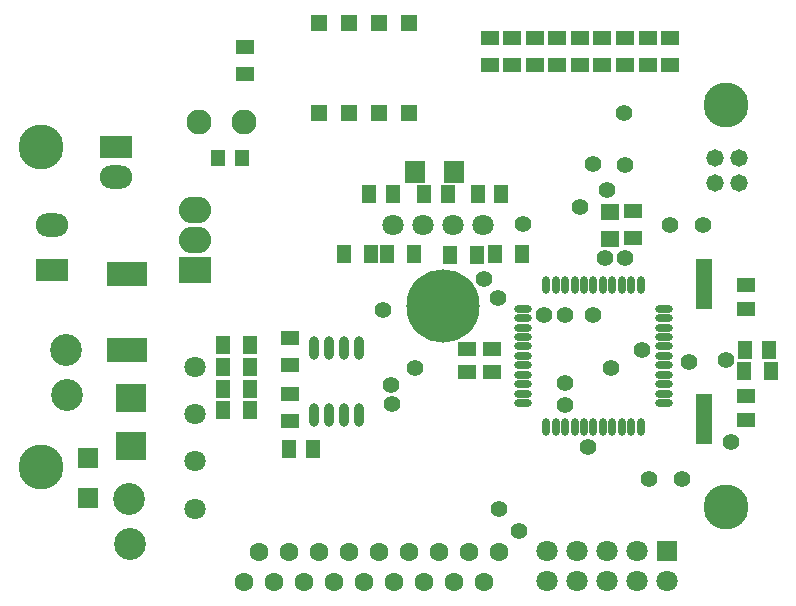
<source format=gts>
G04*
G04 #@! TF.GenerationSoftware,Altium Limited,Altium Designer,18.1.6 (161)*
G04*
G04 Layer_Color=8388736*
%FSTAX24Y24*%
%MOIN*%
G70*
G01*
G75*
%ADD36R,0.0474X0.0630*%
%ADD37O,0.0257X0.0592*%
%ADD38O,0.0592X0.0257*%
%ADD39R,0.0513X0.0630*%
%ADD40R,0.0630X0.0474*%
%ADD41R,0.0480X0.0580*%
%ADD42R,0.1379X0.0789*%
%ADD43R,0.0986X0.0980*%
%ADD44R,0.0680X0.0680*%
%ADD45R,0.0630X0.0513*%
%ADD46R,0.0552X0.1655*%
%ADD47R,0.0630X0.0580*%
%ADD48R,0.0552X0.0552*%
%ADD49O,0.0316X0.0789*%
%ADD50R,0.0680X0.0730*%
%ADD51R,0.1080X0.0880*%
%ADD52O,0.1080X0.0880*%
%ADD53R,0.1080X0.0780*%
%ADD54O,0.1080X0.0780*%
%ADD55C,0.1064*%
%ADD56C,0.0631*%
%ADD57C,0.0830*%
%ADD58R,0.0710X0.0710*%
%ADD59C,0.0710*%
%ADD60C,0.0580*%
%ADD61C,0.0552*%
%ADD62C,0.1497*%
%ADD63C,0.2442*%
D36*
X040224Y030524D02*
D03*
X039324D02*
D03*
X041667D02*
D03*
X040767D02*
D03*
X043782Y030514D02*
D03*
X042882D02*
D03*
X044373Y030525D02*
D03*
X045273D02*
D03*
X035297Y025328D02*
D03*
X036197D02*
D03*
X035297Y026048D02*
D03*
X036197D02*
D03*
X035297Y026769D02*
D03*
X036197D02*
D03*
X053553Y026625D02*
D03*
X052653D02*
D03*
X035297Y027489D02*
D03*
X036197D02*
D03*
D37*
X049225Y024786D02*
D03*
X04891D02*
D03*
X048595D02*
D03*
X04828D02*
D03*
X047965D02*
D03*
X04765D02*
D03*
X047335D02*
D03*
X04702D02*
D03*
X046705D02*
D03*
X04639D02*
D03*
X046075D02*
D03*
Y029496D02*
D03*
X04639D02*
D03*
X046705D02*
D03*
X04702D02*
D03*
X047335D02*
D03*
X04765D02*
D03*
X047965D02*
D03*
X04828D02*
D03*
X048595D02*
D03*
X04891D02*
D03*
X049225D02*
D03*
D38*
X045295Y025566D02*
D03*
Y025881D02*
D03*
Y026196D02*
D03*
Y026511D02*
D03*
Y026826D02*
D03*
Y027141D02*
D03*
Y027456D02*
D03*
Y027771D02*
D03*
Y028086D02*
D03*
Y028401D02*
D03*
Y028716D02*
D03*
X050005D02*
D03*
Y028401D02*
D03*
Y028086D02*
D03*
Y027771D02*
D03*
Y027456D02*
D03*
Y027141D02*
D03*
Y026826D02*
D03*
Y026511D02*
D03*
Y026196D02*
D03*
Y025881D02*
D03*
Y025566D02*
D03*
D39*
X037506Y02405D02*
D03*
X038294D02*
D03*
X053497Y027343D02*
D03*
X052709D02*
D03*
X040964Y032531D02*
D03*
X040176D02*
D03*
X044585Y032531D02*
D03*
X043798D02*
D03*
X0428Y032531D02*
D03*
X042013D02*
D03*
D40*
X037526Y024965D02*
D03*
Y025865D02*
D03*
X048981Y031969D02*
D03*
Y031069D02*
D03*
X050216Y037747D02*
D03*
Y036847D02*
D03*
X049461Y037747D02*
D03*
Y036847D02*
D03*
X048706Y037747D02*
D03*
Y036847D02*
D03*
X047196Y037747D02*
D03*
Y036847D02*
D03*
X046451D02*
D03*
Y037747D02*
D03*
X045696Y036847D02*
D03*
Y037747D02*
D03*
X044942Y036847D02*
D03*
Y037747D02*
D03*
X044187Y036847D02*
D03*
Y037747D02*
D03*
X03605Y03745D02*
D03*
Y03655D02*
D03*
X047951Y037747D02*
D03*
Y036847D02*
D03*
X037526Y02682D02*
D03*
Y02772D02*
D03*
D41*
X03515Y033725D02*
D03*
X03595D02*
D03*
D42*
X0321Y02986D02*
D03*
Y02734D02*
D03*
D43*
X03225Y02575D02*
D03*
Y02415D02*
D03*
D44*
X0308Y02375D02*
D03*
Y0224D02*
D03*
D45*
X044272Y026596D02*
D03*
Y027384D02*
D03*
X043451Y026596D02*
D03*
Y027384D02*
D03*
X05275Y025794D02*
D03*
Y025006D02*
D03*
X05275Y028708D02*
D03*
Y029496D02*
D03*
D46*
X05135Y02505D02*
D03*
Y02955D02*
D03*
D47*
X048195Y031921D02*
D03*
Y031021D02*
D03*
D48*
X0385Y03825D02*
D03*
X0395D02*
D03*
X0405D02*
D03*
X0415D02*
D03*
X0385Y03525D02*
D03*
X0395D02*
D03*
X0405D02*
D03*
X0415D02*
D03*
D49*
X039851Y027403D02*
D03*
X039351D02*
D03*
X038851D02*
D03*
X038351D02*
D03*
X039851Y025179D02*
D03*
X039351D02*
D03*
X038851D02*
D03*
X038351D02*
D03*
D50*
X041717Y033282D02*
D03*
X043017D02*
D03*
D51*
X034385Y029988D02*
D03*
D52*
Y030988D02*
D03*
Y031988D02*
D03*
D53*
X03175Y0341D02*
D03*
X029588Y029988D02*
D03*
D54*
X03175Y0331D02*
D03*
X029588Y031488D02*
D03*
D55*
X03008Y027331D02*
D03*
X0301Y025831D02*
D03*
X03218Y022376D02*
D03*
X0322Y020876D02*
D03*
D56*
X036Y0196D02*
D03*
X037D02*
D03*
X038D02*
D03*
X039D02*
D03*
X04D02*
D03*
X041D02*
D03*
X042D02*
D03*
X043D02*
D03*
X044D02*
D03*
X0445Y0206D02*
D03*
X0435D02*
D03*
X0425D02*
D03*
X0415D02*
D03*
X0405D02*
D03*
X0395D02*
D03*
X0385D02*
D03*
X0375D02*
D03*
X0365D02*
D03*
D57*
X036Y03495D02*
D03*
X0345D02*
D03*
D58*
X0501Y02065D02*
D03*
D59*
X0491D02*
D03*
X0481D02*
D03*
X0471D02*
D03*
X0461D02*
D03*
Y01965D02*
D03*
X0471D02*
D03*
X0481D02*
D03*
X0491D02*
D03*
X0501D02*
D03*
X040964Y031519D02*
D03*
X041964D02*
D03*
X042964D02*
D03*
X043964D02*
D03*
X034385Y022049D02*
D03*
Y023624D02*
D03*
Y025199D02*
D03*
Y026774D02*
D03*
D60*
X052493Y032906D02*
D03*
X051686D02*
D03*
X052493Y033724D02*
D03*
X051686D02*
D03*
D61*
X048683Y035246D02*
D03*
X047473Y0241D02*
D03*
X05222Y024263D02*
D03*
X049255Y02732D02*
D03*
X0513Y031519D02*
D03*
X050216D02*
D03*
X040649Y028684D02*
D03*
X05208Y027015D02*
D03*
X04671Y02625D02*
D03*
X0472Y0321D02*
D03*
X04529Y031543D02*
D03*
X044462Y029071D02*
D03*
X044Y0297D02*
D03*
X04765Y028509D02*
D03*
X045987D02*
D03*
X046696D02*
D03*
X04765Y03355D02*
D03*
X040895Y026185D02*
D03*
X04671Y0255D02*
D03*
X041686Y026737D02*
D03*
X048246Y026736D02*
D03*
X040928Y02555D02*
D03*
X0481Y032679D02*
D03*
X0487Y0335D02*
D03*
X048706Y030387D02*
D03*
X04805Y030394D02*
D03*
X05085Y026951D02*
D03*
X0506Y02305D02*
D03*
X0495D02*
D03*
X0445Y022049D02*
D03*
X045178Y0213D02*
D03*
D62*
X02925Y0341D02*
D03*
Y02345D02*
D03*
X05208Y022104D02*
D03*
X052059Y035516D02*
D03*
D63*
X04265Y0288D02*
D03*
M02*

</source>
